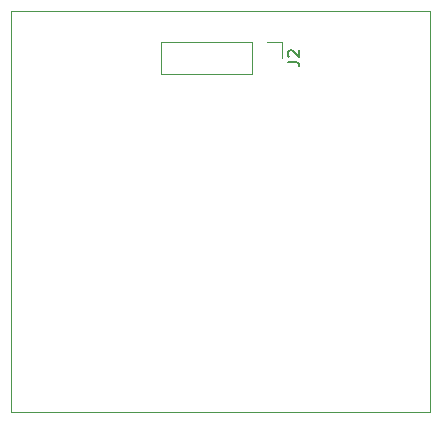
<source format=gbr>
%TF.GenerationSoftware,KiCad,Pcbnew,8.0.0*%
%TF.CreationDate,2024-07-14T16:28:40-05:00*%
%TF.ProjectId,Rick,5269636b-2e6b-4696-9361-645f70636258,rev?*%
%TF.SameCoordinates,Original*%
%TF.FileFunction,Legend,Top*%
%TF.FilePolarity,Positive*%
%FSLAX46Y46*%
G04 Gerber Fmt 4.6, Leading zero omitted, Abs format (unit mm)*
G04 Created by KiCad (PCBNEW 8.0.0) date 2024-07-14 16:28:40*
%MOMM*%
%LPD*%
G01*
G04 APERTURE LIST*
%ADD10C,0.100000*%
%ADD11C,0.150000*%
%ADD12C,0.120000*%
G04 APERTURE END LIST*
D10*
X152500000Y-63000000D02*
X188000000Y-63000000D01*
X188000000Y-97000000D01*
X152500000Y-97000000D01*
X152500000Y-63000000D01*
D11*
X175914819Y-67333333D02*
X176629104Y-67333333D01*
X176629104Y-67333333D02*
X176771961Y-67380952D01*
X176771961Y-67380952D02*
X176867200Y-67476190D01*
X176867200Y-67476190D02*
X176914819Y-67619047D01*
X176914819Y-67619047D02*
X176914819Y-67714285D01*
X176010057Y-66904761D02*
X175962438Y-66857142D01*
X175962438Y-66857142D02*
X175914819Y-66761904D01*
X175914819Y-66761904D02*
X175914819Y-66523809D01*
X175914819Y-66523809D02*
X175962438Y-66428571D01*
X175962438Y-66428571D02*
X176010057Y-66380952D01*
X176010057Y-66380952D02*
X176105295Y-66333333D01*
X176105295Y-66333333D02*
X176200533Y-66333333D01*
X176200533Y-66333333D02*
X176343390Y-66380952D01*
X176343390Y-66380952D02*
X176914819Y-66952380D01*
X176914819Y-66952380D02*
X176914819Y-66333333D01*
D12*
%TO.C,J2*%
X175460000Y-65670000D02*
X175460000Y-67000000D01*
X174130000Y-65670000D02*
X175460000Y-65670000D01*
X172860000Y-65670000D02*
X165180000Y-65670000D01*
X172860000Y-65670000D02*
X172860000Y-68330000D01*
X165180000Y-65670000D02*
X165180000Y-68330000D01*
X172860000Y-68330000D02*
X165180000Y-68330000D01*
%TD*%
M02*

</source>
